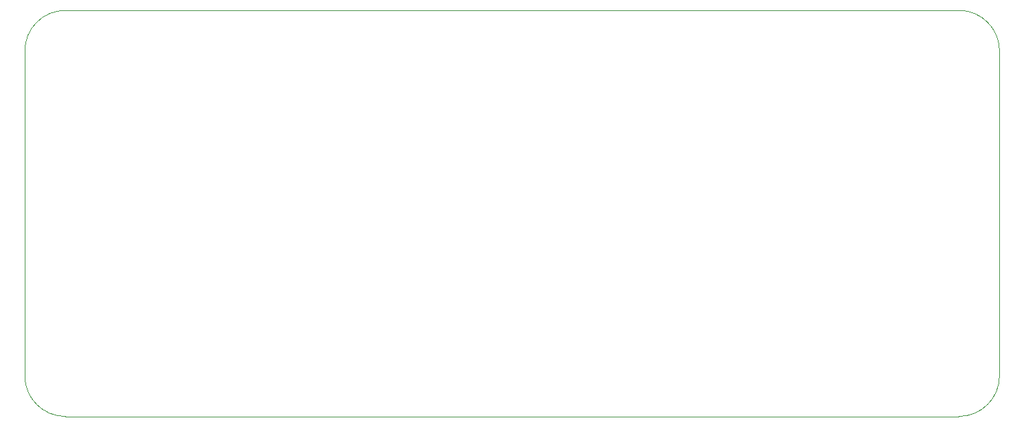
<source format=gbr>
%TF.GenerationSoftware,KiCad,Pcbnew,7.0.7*%
%TF.CreationDate,2024-02-08T23:22:07+01:00*%
%TF.ProjectId,balancing_robot,62616c61-6e63-4696-9e67-5f726f626f74,rev?*%
%TF.SameCoordinates,Original*%
%TF.FileFunction,Profile,NP*%
%FSLAX46Y46*%
G04 Gerber Fmt 4.6, Leading zero omitted, Abs format (unit mm)*
G04 Created by KiCad (PCBNEW 7.0.7) date 2024-02-08 23:22:07*
%MOMM*%
%LPD*%
G01*
G04 APERTURE LIST*
%TA.AperFunction,Profile*%
%ADD10C,0.100000*%
%TD*%
G04 APERTURE END LIST*
D10*
X213000000Y-73000000D02*
G75*
G03*
X208000000Y-68000000I-5000000J0D01*
G01*
X208000000Y-118000000D02*
G75*
G03*
X213000000Y-113000000I0J5000000D01*
G01*
X93000000Y-73000000D02*
X93000000Y-113000000D01*
X93000000Y-113000000D02*
G75*
G03*
X98000000Y-118000000I5000000J0D01*
G01*
X98000000Y-118000000D02*
X208000000Y-118000000D01*
X213000000Y-113000000D02*
X213000000Y-73000000D01*
X208000000Y-68000000D02*
X98000000Y-68000000D01*
X98000000Y-68000000D02*
G75*
G03*
X93000000Y-73000000I0J-5000000D01*
G01*
M02*

</source>
